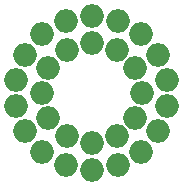
<source format=gbr>
%TF.GenerationSoftware,KiCad,Pcbnew,6.0.0-rc1-unknown-65cbf2d2b7~144~ubuntu18.04.1*%
%TF.CreationDate,2022-04-25T14:09:18+03:00*%
%TF.ProjectId,free_dry_electrodes_12_18,66726565-5f64-4727-995f-656c65637472,rev?*%
%TF.SameCoordinates,Original*%
%TF.FileFunction,Soldermask,Bot*%
%TF.FilePolarity,Negative*%
%FSLAX46Y46*%
G04 Gerber Fmt 4.6, Leading zero omitted, Abs format (unit mm)*
G04 Created by KiCad (PCBNEW 6.0.0-rc1-unknown-65cbf2d2b7~144~ubuntu18.04.1) date 2022-04-25 14:09:18*
%MOMM*%
%LPD*%
G01*
G04 APERTURE LIST*
%ADD10O,2.000000X2.000000*%
G04 APERTURE END LIST*
D10*
%TO.C,J2*%
X0Y6500000D03*
X2223130Y6108002D03*
X4178119Y4979288D03*
X5629165Y3250000D03*
X6401250Y1128713D03*
X6401250Y-1128713D03*
X5629165Y-3249999D03*
X4178119Y-4979288D03*
X2223130Y-6108002D03*
X0Y-6500000D03*
X-2223130Y-6108002D03*
X-4178119Y-4979288D03*
X-5629165Y-3250000D03*
X-6401250Y-1128713D03*
X-6401250Y1128713D03*
X-5629165Y3250000D03*
X-4178119Y4979288D03*
X-2223130Y6108002D03*
%TD*%
%TO.C,J1*%
X0Y4250000D03*
X2124999Y3680607D03*
X3680607Y2125000D03*
X4250000Y0D03*
X3680607Y-2124999D03*
X2124999Y-3680607D03*
X0Y-4250000D03*
X-2125000Y-3680607D03*
X-3680607Y-2125000D03*
X-4250000Y0D03*
X-3680607Y2125000D03*
X-2125000Y3680607D03*
%TD*%
M02*

</source>
